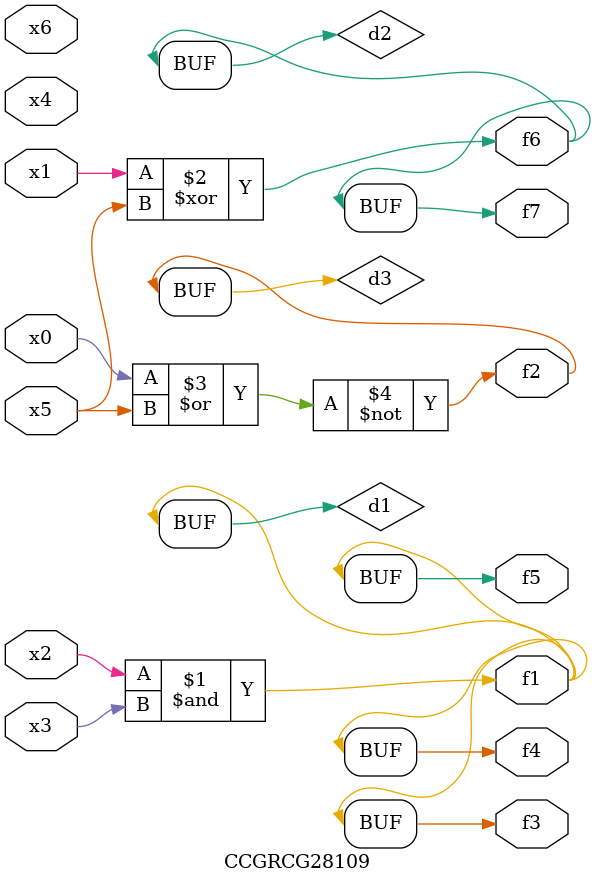
<source format=v>
module CCGRCG28109(
	input x0, x1, x2, x3, x4, x5, x6,
	output f1, f2, f3, f4, f5, f6, f7
);

	wire d1, d2, d3;

	and (d1, x2, x3);
	xor (d2, x1, x5);
	nor (d3, x0, x5);
	assign f1 = d1;
	assign f2 = d3;
	assign f3 = d1;
	assign f4 = d1;
	assign f5 = d1;
	assign f6 = d2;
	assign f7 = d2;
endmodule

</source>
